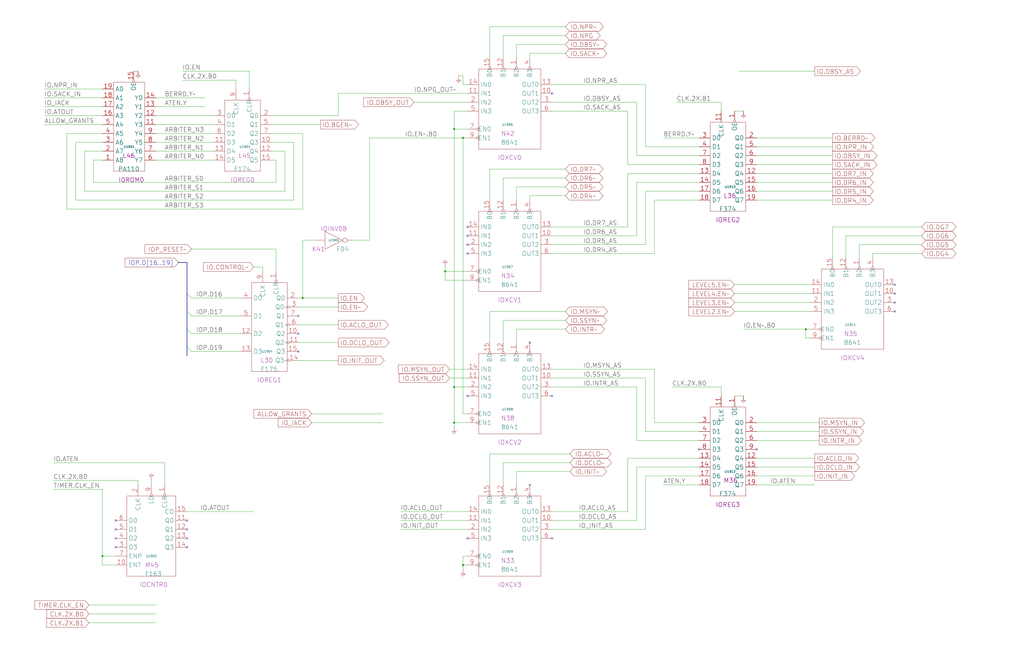
<source format=kicad_sch>
(kicad_sch (version 20220126) (generator eeschema)
  (paper "User" 584.2 378.46)
  (title_block (title "IO BUS\\nARBITRATOR") (date "22-SEP-90") (rev "2.0") (comment 1 "IOC") (comment 2 "232-003061") (comment 3 "S400") (comment 4 "RELEASED"))
  (lib_symbols
    (symbol "r1000:8641" (pin_names (offset 1.016))
      (property "Reference" "U" (at 2.54 5.08 0))
      (property "Value" "8641" (at -1.27 -5.08 0))
      (property "Location" "___" (at -1.27 0 0))
      (property "Name" "______" (at 3.81 -15.24 0))
      (symbol "8641_1_1"
        (circle (center -14.605 -2.54) (radius 0.635))
        (circle (center -14.605 2.54) (radius 0.635))
        (rectangle (start -13.97 36.83) (end 21.59 -8.89))
        (circle (center -7.62 37.465) (radius 0.635))
        (circle (center 0 37.465) (radius 0.635))
        (circle (center 7.62 37.465) (radius 0.635))
        (circle (center 15.24 37.465) (radius 0.635))
        (pin tri_state line (at 7.62 43.18 270) (length 5.08) (name "B2") (number "1"))
        (pin output line (at 27.94 22.86 180) (length 6.35) (name "OUT1") (number "10"))
        (pin input line (at -20.32 22.86 0) (length 6.35) (name "IN1") (number "11"))
        (pin tri_state line (at 0 43.18 270) (length 5.08) (name "B1") (number "12"))
        (pin output line (at 27.94 27.94 180) (length 6.35) (name "OUT0") (number "13"))
        (pin input line (at -20.32 27.94 0) (length 6.35) (name "IN0") (number "14"))
        (pin tri_state line (at -7.62 43.18 270) (length 5.08) (name "B0") (number "15"))
        (pin input line (at -20.32 17.78 0) (length 6.35) (name "IN2") (number "2"))
        (pin output line (at 27.94 17.78 180) (length 6.35) (name "OUT2") (number "3"))
        (pin tri_state line (at 15.24 43.18 270) (length 5.08) (name "B3") (number "4"))
        (pin input line (at -20.32 12.7 0) (length 6.35) (name "IN3") (number "5"))
        (pin output line (at 27.94 12.7 180) (length 6.35) (name "OUT3") (number "6"))
        (pin input line (at -20.32 2.54 0) (length 5.08) (name "EN0") (number "7"))
        (pin input line (at -20.32 -2.54 0) (length 5.08) (name "EN1") (number "9"))
      )
    )
    (symbol "r1000:F04" (pin_numbers hide) (pin_names hide)
      (property "Reference" "U" (at 0 0 0))
      (property "Value" "F04" (at 1.27 -5.08 0))
      (property "Location" "___" (at -12.7 -5.08 0))
      (property "Name" "______" (at 0 5.08 0))
      (symbol "F04_0_1"
        (polyline (pts (xy -7.62 0) (xy -5.08 0)) (stroke (width 0.1524)))
        (polyline (pts (xy -5.08 5.08) (xy -5.08 -5.08)) (stroke (width 0.1524)))
        (polyline (pts (xy 5.08 0) (xy -5.08 -5.08)) (stroke (width 0.1524)))
        (polyline (pts (xy 5.08 0) (xy -5.08 5.08)) (stroke (width 0.1524)))
        (circle (center 6.35 0) (radius 1.27) (stroke (width 0.1524)))
      )
      (symbol "F04_1_1"
        (pin input line (at -10.16 0 0) (length 2.54) (name "D0") (number "1"))
        (pin output line (at 10.16 0 180) (length 2.54) (name "Q") (number "2"))
      )
    )
    (symbol "r1000:F163" (pin_names (offset 1.016))
      (property "Reference" "U" (at 2.54 5.08 0))
      (property "Value" "F163" (at -1.27 -5.08 0))
      (property "Location" "___" (at -1.27 0 0))
      (property "Name" "______" (at 3.81 -12.7 0))
      (symbol "F163_1_1"
        (rectangle (start -11.43 39.37) (end 16.51 -6.35))
        (circle (center 2.54 40.005) (radius 0.635))
        (circle (center 10.16 40.005) (radius 0.635))
        (pin input line (at 10.16 45.72 270) (length 5.08) (name "CLR") (number "1"))
        (pin input line (at -17.78 0 0) (length 6.35) (name "ENT") (number "10"))
        (pin output line (at 22.86 25.4 180) (length 6.35) (name "Q0") (number "11"))
        (pin output line (at 22.86 20.32 180) (length 6.35) (name "Q1") (number "12"))
        (pin output line (at 22.86 15.24 180) (length 6.35) (name "Q2") (number "13"))
        (pin output line (at 22.86 10.16 180) (length 6.35) (name "Q3") (number "14"))
        (pin output line (at 22.86 30.48 180) (length 6.35) (name "CO") (number "15"))
        (pin input line (at -5.08 45.72 270) (length 6.35) (name "CLK") (number "2"))
        (pin input line (at -17.78 10.16 0) (length 6.35) (name "D3") (number "3"))
        (pin input line (at -17.78 15.24 0) (length 6.35) (name "D2") (number "4"))
        (pin input line (at -17.78 20.32 0) (length 6.35) (name "D1") (number "5"))
        (pin input line (at -17.78 25.4 0) (length 6.35) (name "D0") (number "6"))
        (pin input line (at -17.78 5.08 0) (length 6.35) (name "ENP") (number "7"))
        (pin input line (at 2.54 45.72 270) (length 5.08) (name "LD") (number "9"))
      )
    )
    (symbol "r1000:F174" (pin_names (offset 1.016))
      (property "Reference" "U" (at 2.54 5.08 0))
      (property "Value" "F174" (at -3.81 -7.62 0))
      (property "Location" "___" (at -1.27 0 0))
      (property "Name" "______" (at 1.27 -15.24 0))
      (symbol "F174_1_1"
        (rectangle (start -8.89 31.75) (end 11.43 -8.89))
        (circle (center 5.08 32.385) (radius 0.635))
        (pin input line (at 5.08 38.1 270) (length 5.08) (name "CLR") (number "1"))
        (pin output line (at 17.78 7.62 180) (length 6.35) (name "Q3") (number "10"))
        (pin input line (at -15.24 7.62 0) (length 6.35) (name "D3") (number "11"))
        (pin output line (at 17.78 2.54 180) (length 6.35) (name "Q4") (number "12"))
        (pin input line (at -15.24 2.54 0) (length 6.35) (name "D4") (number "13"))
        (pin input line (at -15.24 -2.54 0) (length 6.35) (name "D5") (number "14"))
        (pin output line (at 17.78 -2.54 180) (length 6.35) (name "Q5") (number "15"))
        (pin output line (at 17.78 22.86 180) (length 6.35) (name "Q0") (number "2"))
        (pin input line (at -15.24 22.86 0) (length 6.35) (name "D0") (number "3"))
        (pin input line (at -15.24 17.78 0) (length 6.35) (name "D1") (number "4"))
        (pin output line (at 17.78 17.78 180) (length 6.35) (name "Q1") (number "5"))
        (pin input line (at -15.24 12.7 0) (length 6.35) (name "D2") (number "6"))
        (pin output line (at 17.78 12.7 180) (length 6.35) (name "Q2") (number "7"))
        (pin input line (at -2.54 38.1 270) (length 6.35) (name "CLK") (number "9"))
      )
    )
    (symbol "r1000:F175" (pin_names (offset 1.016))
      (property "Reference" "U" (at 2.54 5.08 0))
      (property "Value" "F175" (at -1.27 -5.08 0))
      (property "Location" "___" (at -1.27 0 0))
      (property "Name" "______" (at 3.81 -12.7 0))
      (symbol "F175_1_1"
        (rectangle (start -6.35 44.45) (end 13.97 -6.35))
        (circle (center 7.62 45.085) (radius 0.635))
        (circle (center 14.605 0) (radius 0.635))
        (circle (center 14.605 10.16) (radius 0.635))
        (circle (center 14.605 20.32) (radius 0.635))
        (circle (center 14.605 30.48) (radius 0.635))
        (pin input line (at 7.62 50.8 270) (length 5.08) (name "CLR") (number "1"))
        (pin output line (at 20.32 15.24 180) (length 6.35) (name "Q2") (number "10"))
        (pin output line (at 20.32 10.16 180) (length 5.08) (name "Q2~") (number "11"))
        (pin input line (at -12.7 15.24 0) (length 6.35) (name "D2") (number "12"))
        (pin input line (at -12.7 5.08 0) (length 6.35) (name "D3") (number "13"))
        (pin output line (at 20.32 0 180) (length 5.08) (name "Q3~") (number "14"))
        (pin output line (at 20.32 5.08 180) (length 6.35) (name "Q3") (number "15"))
        (pin output line (at 20.32 35.56 180) (length 6.35) (name "Q0") (number "2"))
        (pin output line (at 20.32 30.48 180) (length 5.08) (name "Q0~") (number "3"))
        (pin input line (at -12.7 35.56 0) (length 6.35) (name "D0") (number "4"))
        (pin input line (at -12.7 25.4 0) (length 6.35) (name "D1") (number "5"))
        (pin output line (at 20.32 20.32 180) (length 5.08) (name "Q1~") (number "6"))
        (pin output line (at 20.32 25.4 180) (length 6.35) (name "Q1") (number "7"))
        (pin input line (at 0 50.8 270) (length 6.35) (name "CLK") (number "9"))
      )
    )
    (symbol "r1000:F374" (pin_names (offset 1.016))
      (property "Reference" "U" (at 2.54 5.08 0))
      (property "Value" "F374" (at -3.81 -7.62 0))
      (property "Location" "___" (at -1.27 0 0))
      (property "Name" "______" (at 1.27 -15.24 0))
      (symbol "F374_1_1"
        (rectangle (start -8.89 41.91) (end 11.43 -8.89))
        (circle (center 5.08 42.545) (radius 0.635))
        (pin input line (at 5.08 48.26 270) (length 5.08) (name "OE") (number "1"))
        (pin input line (at -2.54 48.26 270) (length 6.35) (name "CLK") (number "11"))
        (pin tri_state line (at 17.78 12.7 180) (length 6.35) (name "Q4") (number "12"))
        (pin input line (at -15.24 12.7 0) (length 6.35) (name "D4") (number "13"))
        (pin input line (at -15.24 7.62 0) (length 6.35) (name "D5") (number "14"))
        (pin tri_state line (at 17.78 7.62 180) (length 6.35) (name "Q5") (number "15"))
        (pin tri_state line (at 17.78 2.54 180) (length 6.35) (name "Q6") (number "16"))
        (pin input line (at -15.24 2.54 0) (length 6.35) (name "D6") (number "17"))
        (pin input line (at -15.24 -2.54 0) (length 6.35) (name "D7") (number "18"))
        (pin tri_state line (at 17.78 -2.54 180) (length 6.35) (name "Q7") (number "19"))
        (pin tri_state line (at 17.78 33.02 180) (length 6.35) (name "Q0") (number "2"))
        (pin input line (at -15.24 33.02 0) (length 6.35) (name "D0") (number "3"))
        (pin input line (at -15.24 27.94 0) (length 6.35) (name "D1") (number "4"))
        (pin tri_state line (at 17.78 27.94 180) (length 6.35) (name "Q1") (number "5"))
        (pin tri_state line (at 17.78 22.86 180) (length 6.35) (name "Q2") (number "6"))
        (pin input line (at -15.24 22.86 0) (length 6.35) (name "D2") (number "7"))
        (pin input line (at -15.24 17.78 0) (length 6.35) (name "D3") (number "8"))
        (pin tri_state line (at 17.78 17.78 180) (length 6.35) (name "Q3") (number "9"))
      )
    )
    (symbol "r1000:PAxxx" (pin_names (offset 1.016))
      (property "Reference" "U" (at 2.54 5.08 0))
      (property "Value" "PAxxx" (at -3.81 -7.62 0))
      (property "Location" "___" (at -1.27 0 0))
      (property "Name" "______" (at 3.81 -15.24 0))
      (symbol "PAxxx_1_1"
        (rectangle (start -6.35 41.91) (end 11.43 -8.89))
        (circle (center 5.08 42.545) (radius 0.635))
        (pin input line (at -12.7 -2.54 0) (length 6.35) (name "A8") (number "1"))
        (pin tri_state line (at 17.78 17.78 180) (length 6.35) (name "Y3") (number "11"))
        (pin tri_state line (at 17.78 22.86 180) (length 6.35) (name "Y2") (number "12"))
        (pin tri_state line (at 17.78 27.94 180) (length 6.35) (name "Y1") (number "13"))
        (pin tri_state line (at 17.78 33.02 180) (length 6.35) (name "Y0") (number "14"))
        (pin input line (at 5.08 48.26 270) (length 5.08) (name "OE") (number "15"))
        (pin input line (at -12.7 22.86 0) (length 6.35) (name "A3") (number "16"))
        (pin input line (at -12.7 27.94 0) (length 6.35) (name "A2") (number "17"))
        (pin input line (at -12.7 33.02 0) (length 6.35) (name "A1") (number "18"))
        (pin input line (at -12.7 38.1 0) (length 6.35) (name "A0") (number "19"))
        (pin input line (at -12.7 2.54 0) (length 6.35) (name "A7") (number "2"))
        (pin input line (at -12.7 7.62 0) (length 6.35) (name "A6") (number "3"))
        (pin input line (at -12.7 12.7 0) (length 6.35) (name "A5") (number "4"))
        (pin input line (at -12.7 17.78 0) (length 6.35) (name "A4") (number "5"))
        (pin tri_state line (at 17.78 -2.54 180) (length 6.35) (name "Y7") (number "6"))
        (pin tri_state line (at 17.78 2.54 180) (length 6.35) (name "Y6") (number "7"))
        (pin tri_state line (at 17.78 7.62 180) (length 6.35) (name "Y5") (number "8"))
        (pin tri_state line (at 17.78 12.7 180) (length 6.35) (name "Y4") (number "9"))
      )
    )
    (symbol "r1000:PD" (power) (pin_numbers hide) (pin_names hide) (in_bom no)
      (symbol "PD_0_1"
        (polyline (pts (xy 0 -2.54) (xy 1.27 -2.54) (xy 0 -3.81) (xy -1.27 -2.54) (xy 0 -2.54)) (stroke (width 0.1524)))
      )
      (symbol "PD_1_1"
        (pin power_in line (at 0 0 270) (length 2.54) (name "PD") (number "1"))
      )
    )
    (symbol "r1000:PU" (power) (pin_numbers hide) (pin_names hide)
      (symbol "PU_0_1"
        (polyline (pts (xy 0 2.54) (xy -1.27 2.54) (xy 0 3.81) (xy 1.27 2.54) (xy 0 2.54)) (stroke (width 0.1524)))
      )
      (symbol "PU_1_1"
        (pin power_in line (at 0 0 90) (length 2.54) (name "PU") (number "1"))
      )
    )
  )
  (bus (pts (xy 101.6 149.86) (xy 106.68 149.86)))
  (bus (pts (xy 106.68 149.86) (xy 106.68 167.64)))
  (bus (pts (xy 106.68 167.64) (xy 106.68 177.8)))
  (bus (pts (xy 106.68 177.8) (xy 106.68 187.96)))
  (bus (pts (xy 106.68 187.96) (xy 106.68 198.12)))
  (bus (pts (xy 106.68 198.12) (xy 106.68 203.2)))
  (wire (pts (xy 104.14 40.64) (xy 142.24 40.64)))
  (wire (pts (xy 104.14 45.72) (xy 134.62 45.72)))
  (wire (pts (xy 106.68 292.1) (xy 144.78 292.1)))
  (wire (pts (xy 109.22 142.24) (xy 157.48 142.24)))
  (wire (pts (xy 109.22 170.18) (xy 137.16 170.18)))
  (wire (pts (xy 109.22 180.34) (xy 137.16 180.34)))
  (wire (pts (xy 109.22 190.5) (xy 137.16 190.5)))
  (wire (pts (xy 109.22 200.66) (xy 137.16 200.66)))
  (wire (pts (xy 134.62 45.72) (xy 134.62 50.8)))
  (wire (pts (xy 142.24 40.64) (xy 142.24 50.8)))
  (wire (pts (xy 144.78 152.4) (xy 149.86 152.4)))
  (wire (pts (xy 149.86 152.4) (xy 149.86 154.94)))
  (wire (pts (xy 154.94 71.12) (xy 182.88 71.12)))
  (wire (pts (xy 154.94 86.36) (xy 162.56 86.36)))
  (wire (pts (xy 157.48 104.14) (xy 157.48 91.44)))
  (wire (pts (xy 157.48 142.24) (xy 157.48 154.94)))
  (wire (pts (xy 157.48 91.44) (xy 154.94 91.44)))
  (wire (pts (xy 162.56 109.22) (xy 48.26 109.22)))
  (wire (pts (xy 162.56 86.36) (xy 162.56 109.22)))
  (wire (pts (xy 167.64 114.3) (xy 167.64 81.28)))
  (wire (pts (xy 167.64 81.28) (xy 154.94 81.28)))
  (wire (pts (xy 170.18 170.18) (xy 172.72 170.18)))
  (wire (pts (xy 170.18 175.26) (xy 193.04 175.26)))
  (wire (pts (xy 170.18 185.42) (xy 193.04 185.42)))
  (wire (pts (xy 170.18 195.58) (xy 193.04 195.58)))
  (wire (pts (xy 170.18 205.74) (xy 193.04 205.74)))
  (wire (pts (xy 172.72 119.38) (xy 172.72 76.2)))
  (wire (pts (xy 172.72 137.16) (xy 172.72 170.18)))
  (wire (pts (xy 172.72 170.18) (xy 193.04 170.18)))
  (wire (pts (xy 172.72 76.2) (xy 154.94 76.2)))
  (wire (pts (xy 177.8 236.22) (xy 218.44 236.22)))
  (wire (pts (xy 177.8 241.3) (xy 218.44 241.3)))
  (wire (pts (xy 180.34 137.16) (xy 172.72 137.16)))
  (wire (pts (xy 193.04 53.34) (xy 193.04 66.04)))
  (wire (pts (xy 193.04 66.04) (xy 154.94 66.04)))
  (wire (pts (xy 200.66 137.16) (xy 210.82 137.16)))
  (wire (pts (xy 210.82 137.16) (xy 210.82 78.74)))
  (wire (pts (xy 210.82 78.74) (xy 264.16 78.74)))
  (wire (pts (xy 228.6 292.1) (xy 266.7 292.1)))
  (wire (pts (xy 228.6 297.18) (xy 266.7 297.18)))
  (wire (pts (xy 228.6 302.26) (xy 266.7 302.26)))
  (wire (pts (xy 236.22 58.42) (xy 266.7 58.42)))
  (wire (pts (xy 25.4 50.8) (xy 58.42 50.8)))
  (wire (pts (xy 25.4 55.88) (xy 58.42 55.88)))
  (wire (pts (xy 25.4 60.96) (xy 58.42 60.96)))
  (wire (pts (xy 25.4 66.04) (xy 58.42 66.04)))
  (wire (pts (xy 25.4 71.12) (xy 58.42 71.12)))
  (wire (pts (xy 254 152.4) (xy 254 154.94)))
  (wire (pts (xy 254 154.94) (xy 254 160.02)))
  (wire (pts (xy 254 154.94) (xy 266.7 154.94)))
  (wire (pts (xy 254 160.02) (xy 266.7 160.02)))
  (wire (pts (xy 256.54 210.82) (xy 266.7 210.82)))
  (wire (pts (xy 256.54 215.9) (xy 266.7 215.9)))
  (wire (pts (xy 259.08 220.98) (xy 259.08 241.3)))
  (wire (pts (xy 259.08 220.98) (xy 266.7 220.98)))
  (wire (pts (xy 259.08 241.3) (xy 259.08 243.84)))
  (wire (pts (xy 259.08 241.3) (xy 266.7 241.3)))
  (wire (pts (xy 259.08 63.5) (xy 266.7 63.5)))
  (wire (pts (xy 259.08 73.66) (xy 259.08 220.98)))
  (wire (pts (xy 259.08 73.66) (xy 259.08 63.5)))
  (wire (pts (xy 259.08 73.66) (xy 266.7 73.66)))
  (wire (pts (xy 261.62 43.18) (xy 264.16 43.18)))
  (wire (pts (xy 264.16 317.5) (xy 266.7 317.5)))
  (wire (pts (xy 264.16 322.58) (xy 264.16 317.5)))
  (wire (pts (xy 264.16 322.58) (xy 266.7 322.58)))
  (wire (pts (xy 264.16 325.12) (xy 264.16 322.58)))
  (wire (pts (xy 264.16 43.18) (xy 264.16 48.26)))
  (wire (pts (xy 264.16 48.26) (xy 266.7 48.26)))
  (wire (pts (xy 264.16 78.74) (xy 264.16 236.22)))
  (wire (pts (xy 264.16 78.74) (xy 266.7 78.74)))
  (wire (pts (xy 266.7 236.22) (xy 264.16 236.22)))
  (wire (pts (xy 266.7 53.34) (xy 193.04 53.34)))
  (wire (pts (xy 279.4 15.24) (xy 279.4 33.02)))
  (wire (pts (xy 279.4 177.8) (xy 279.4 195.58)))
  (wire (pts (xy 279.4 259.08) (xy 279.4 276.86)))
  (wire (pts (xy 279.4 96.52) (xy 279.4 114.3)))
  (wire (pts (xy 287.02 101.6) (xy 322.58 101.6)))
  (wire (pts (xy 287.02 114.3) (xy 287.02 101.6)))
  (wire (pts (xy 287.02 182.88) (xy 287.02 195.58)))
  (wire (pts (xy 287.02 20.32) (xy 287.02 33.02)))
  (wire (pts (xy 287.02 264.16) (xy 287.02 276.86)))
  (wire (pts (xy 294.64 106.68) (xy 294.64 114.3)))
  (wire (pts (xy 294.64 187.96) (xy 294.64 195.58)))
  (wire (pts (xy 294.64 25.4) (xy 294.64 33.02)))
  (wire (pts (xy 294.64 269.24) (xy 294.64 276.86)))
  (wire (pts (xy 30.48 264.16) (xy 93.98 264.16)))
  (wire (pts (xy 30.48 274.32) (xy 78.74 274.32)))
  (wire (pts (xy 30.48 279.4) (xy 58.42 279.4)))
  (wire (pts (xy 302.26 111.76) (xy 322.58 111.76)))
  (wire (pts (xy 302.26 114.3) (xy 302.26 111.76)))
  (wire (pts (xy 302.26 30.48) (xy 302.26 33.02)))
  (wire (pts (xy 314.96 129.54) (xy 358.14 129.54)))
  (wire (pts (xy 314.96 139.7) (xy 368.3 139.7)))
  (wire (pts (xy 314.96 215.9) (xy 368.3 215.9)))
  (wire (pts (xy 314.96 292.1) (xy 358.14 292.1)))
  (wire (pts (xy 314.96 297.18) (xy 363.22 297.18)))
  (wire (pts (xy 314.96 302.26) (xy 368.3 302.26)))
  (wire (pts (xy 314.96 48.26) (xy 368.3 48.26)))
  (wire (pts (xy 314.96 58.42) (xy 363.22 58.42)))
  (wire (pts (xy 314.96 63.5) (xy 358.14 63.5)))
  (wire (pts (xy 322.58 106.68) (xy 294.64 106.68)))
  (wire (pts (xy 322.58 15.24) (xy 279.4 15.24)))
  (wire (pts (xy 322.58 177.8) (xy 279.4 177.8)))
  (wire (pts (xy 322.58 182.88) (xy 287.02 182.88)))
  (wire (pts (xy 322.58 187.96) (xy 294.64 187.96)))
  (wire (pts (xy 322.58 20.32) (xy 287.02 20.32)))
  (wire (pts (xy 322.58 25.4) (xy 294.64 25.4)))
  (wire (pts (xy 322.58 30.48) (xy 302.26 30.48)))
  (wire (pts (xy 322.58 96.52) (xy 279.4 96.52)))
  (wire (pts (xy 325.12 259.08) (xy 279.4 259.08)))
  (wire (pts (xy 325.12 264.16) (xy 287.02 264.16)))
  (wire (pts (xy 325.12 269.24) (xy 294.64 269.24)))
  (wire (pts (xy 358.14 129.54) (xy 358.14 99.06)))
  (wire (pts (xy 358.14 261.62) (xy 398.78 261.62)))
  (wire (pts (xy 358.14 292.1) (xy 358.14 261.62)))
  (wire (pts (xy 358.14 63.5) (xy 358.14 93.98)))
  (wire (pts (xy 358.14 93.98) (xy 398.78 93.98)))
  (wire (pts (xy 358.14 99.06) (xy 398.78 99.06)))
  (wire (pts (xy 363.22 104.14) (xy 363.22 134.62)))
  (wire (pts (xy 363.22 134.62) (xy 314.96 134.62)))
  (wire (pts (xy 363.22 220.98) (xy 314.96 220.98)))
  (wire (pts (xy 363.22 251.46) (xy 363.22 220.98)))
  (wire (pts (xy 363.22 266.7) (xy 363.22 297.18)))
  (wire (pts (xy 363.22 58.42) (xy 363.22 88.9)))
  (wire (pts (xy 363.22 88.9) (xy 398.78 88.9)))
  (wire (pts (xy 368.3 109.22) (xy 398.78 109.22)))
  (wire (pts (xy 368.3 139.7) (xy 368.3 109.22)))
  (wire (pts (xy 368.3 215.9) (xy 368.3 246.38)))
  (wire (pts (xy 368.3 246.38) (xy 398.78 246.38)))
  (wire (pts (xy 368.3 271.78) (xy 398.78 271.78)))
  (wire (pts (xy 368.3 302.26) (xy 368.3 271.78)))
  (wire (pts (xy 368.3 48.26) (xy 368.3 83.82)))
  (wire (pts (xy 368.3 83.82) (xy 398.78 83.82)))
  (wire (pts (xy 373.38 114.3) (xy 373.38 144.78)))
  (wire (pts (xy 373.38 144.78) (xy 314.96 144.78)))
  (wire (pts (xy 373.38 210.82) (xy 314.96 210.82)))
  (wire (pts (xy 373.38 241.3) (xy 373.38 210.82)))
  (wire (pts (xy 378.46 276.86) (xy 398.78 276.86)))
  (wire (pts (xy 378.46 78.74) (xy 398.78 78.74)))
  (wire (pts (xy 38.1 119.38) (xy 172.72 119.38)))
  (wire (pts (xy 38.1 76.2) (xy 38.1 119.38)))
  (wire (pts (xy 383.54 220.98) (xy 411.48 220.98)))
  (wire (pts (xy 386.08 58.42) (xy 411.48 58.42)))
  (wire (pts (xy 398.78 104.14) (xy 363.22 104.14)))
  (wire (pts (xy 398.78 114.3) (xy 373.38 114.3)))
  (wire (pts (xy 398.78 241.3) (xy 373.38 241.3)))
  (wire (pts (xy 398.78 251.46) (xy 363.22 251.46)))
  (wire (pts (xy 398.78 266.7) (xy 363.22 266.7)))
  (wire (pts (xy 411.48 220.98) (xy 411.48 226.06)))
  (wire (pts (xy 411.48 58.42) (xy 411.48 63.5)))
  (wire (pts (xy 419.1 162.56) (xy 462.28 162.56)))
  (wire (pts (xy 419.1 167.64) (xy 462.28 167.64)))
  (wire (pts (xy 419.1 172.72) (xy 462.28 172.72)))
  (wire (pts (xy 419.1 177.8) (xy 462.28 177.8)))
  (wire (pts (xy 419.1 226.06) (xy 424.18 226.06)))
  (wire (pts (xy 419.1 63.5) (xy 424.18 63.5)))
  (wire (pts (xy 421.64 40.64) (xy 464.82 40.64)))
  (wire (pts (xy 424.18 187.96) (xy 459.74 187.96)))
  (wire (pts (xy 43.18 114.3) (xy 167.64 114.3)))
  (wire (pts (xy 43.18 81.28) (xy 43.18 114.3)))
  (wire (pts (xy 431.8 104.14) (xy 474.98 104.14)))
  (wire (pts (xy 431.8 109.22) (xy 474.98 109.22)))
  (wire (pts (xy 431.8 114.3) (xy 474.98 114.3)))
  (wire (pts (xy 431.8 241.3) (xy 467.36 241.3)))
  (wire (pts (xy 431.8 246.38) (xy 467.36 246.38)))
  (wire (pts (xy 431.8 251.46) (xy 467.36 251.46)))
  (wire (pts (xy 431.8 261.62) (xy 464.82 261.62)))
  (wire (pts (xy 431.8 266.7) (xy 464.82 266.7)))
  (wire (pts (xy 431.8 271.78) (xy 464.82 271.78)))
  (wire (pts (xy 431.8 276.86) (xy 464.82 276.86)))
  (wire (pts (xy 431.8 78.74) (xy 474.98 78.74)))
  (wire (pts (xy 431.8 83.82) (xy 474.98 83.82)))
  (wire (pts (xy 431.8 88.9) (xy 474.98 88.9)))
  (wire (pts (xy 431.8 93.98) (xy 474.98 93.98)))
  (wire (pts (xy 431.8 99.06) (xy 474.98 99.06)))
  (wire (pts (xy 459.74 187.96) (xy 462.28 187.96)))
  (wire (pts (xy 459.74 193.04) (xy 459.74 187.96)))
  (wire (pts (xy 462.28 193.04) (xy 459.74 193.04)))
  (wire (pts (xy 474.98 129.54) (xy 474.98 147.32)))
  (wire (pts (xy 48.26 109.22) (xy 48.26 86.36)))
  (wire (pts (xy 48.26 86.36) (xy 58.42 86.36)))
  (wire (pts (xy 482.6 134.62) (xy 482.6 147.32)))
  (wire (pts (xy 490.22 139.7) (xy 490.22 147.32)))
  (wire (pts (xy 497.84 144.78) (xy 497.84 147.32)))
  (wire (pts (xy 50.8 345.44) (xy 88.9 345.44)))
  (wire (pts (xy 50.8 350.52) (xy 88.9 350.52)))
  (wire (pts (xy 50.8 355.6) (xy 88.9 355.6)))
  (wire (pts (xy 525.78 129.54) (xy 474.98 129.54)))
  (wire (pts (xy 525.78 134.62) (xy 482.6 134.62)))
  (wire (pts (xy 525.78 139.7) (xy 490.22 139.7)))
  (wire (pts (xy 525.78 144.78) (xy 497.84 144.78)))
  (wire (pts (xy 53.34 104.14) (xy 157.48 104.14)))
  (wire (pts (xy 53.34 91.44) (xy 53.34 104.14)))
  (wire (pts (xy 58.42 279.4) (xy 58.42 317.5)))
  (wire (pts (xy 58.42 317.5) (xy 58.42 322.58)))
  (wire (pts (xy 58.42 317.5) (xy 66.04 317.5)))
  (wire (pts (xy 58.42 322.58) (xy 66.04 322.58)))
  (wire (pts (xy 58.42 76.2) (xy 38.1 76.2)))
  (wire (pts (xy 58.42 81.28) (xy 43.18 81.28)))
  (wire (pts (xy 58.42 91.44) (xy 53.34 91.44)))
  (wire (pts (xy 76.2 40.64) (xy 78.74 40.64)))
  (wire (pts (xy 78.74 274.32) (xy 78.74 276.86)))
  (wire (pts (xy 86.36 274.32) (xy 86.36 276.86)))
  (wire (pts (xy 88.9 55.88) (xy 116.84 55.88)))
  (wire (pts (xy 88.9 60.96) (xy 116.84 60.96)))
  (wire (pts (xy 88.9 66.04) (xy 121.92 66.04)))
  (wire (pts (xy 88.9 71.12) (xy 121.92 71.12)))
  (wire (pts (xy 88.9 76.2) (xy 121.92 76.2)))
  (wire (pts (xy 88.9 81.28) (xy 121.92 81.28)))
  (wire (pts (xy 88.9 86.36) (xy 121.92 86.36)))
  (wire (pts (xy 88.9 91.44) (xy 121.92 91.44)))
  (wire (pts (xy 93.98 264.16) (xy 93.98 276.86)))
  (label "IO.NPR_IN" (at 25.4 50.8 0) (effects (font (size 2.54 2.54))))
  (label "IO.SACK_IN" (at 25.4 55.88 0) (effects (font (size 2.54 2.54))))
  (label "IO_IACK" (at 25.4 60.96 0) (effects (font (size 2.54 2.54))))
  (label "IO.ATOUT" (at 25.4 66.04 0) (effects (font (size 2.54 2.54))))
  (label "ALLOW_GRANTS" (at 25.4 71.12 0) (effects (font (size 2.54 2.54))))
  (label "IO.ATEN" (at 30.48 264.16 0) (effects (font (size 2.54 2.54))))
  (label "CLK.2X.B0" (at 30.48 274.32 0) (effects (font (size 2.54 2.54))))
  (label "TIMER.CLK_EN" (at 30.48 279.4 0) (effects (font (size 2.54 2.54))))
  (global_label "TIMER.CLK_EN" (shape input) (at 50.8 345.44 180) (effects (font (size 2.54 2.54))) (property "Intersheet References" "${INTERSHEET_REFS}" (at 19.4673 345.2813 0) (effects (font (size 2.54 2.54)) (justify right))))
  (global_label "CLK.2X.B0" (shape input) (at 50.8 350.52 180) (effects (font (size 2.54 2.54))) (property "Intersheet References" "${INTERSHEET_REFS}" (at 26.2406 350.3613 0) (effects (font (size 2.54 2.54)) (justify right))))
  (global_label "CLK.2X.B1" (shape input) (at 50.8 355.6 180) (effects (font (size 2.54 2.54))) (property "Intersheet References" "${INTERSHEET_REFS}" (at 26.2406 355.4413 0) (effects (font (size 2.54 2.54)) (justify right))))
  (junction (at 58.42 317.5))
  (no_connect (at 66.04 297.18))
  (no_connect (at 66.04 302.26))
  (no_connect (at 66.04 307.34))
  (no_connect (at 66.04 312.42))
  (symbol (lib_id "r1000:PAxxx") (at 71.12 88.9 0) (unit 1)
    (property "Reference" "U1901" (at 73.66 83.82 0))
    (property "Value" "PA110" (at 67.31 96.52 0) (effects (font (size 2.54 2.54)) (justify left)))
    (property "Location" "L46" (at 69.85 88.9 0) (effects (font (size 2.54 2.54)) (justify left)))
    (property "Name" "IOROM0" (at 74.93 104.14 0) (effects (font (size 2.54 2.54)) (justify bottom)))
  )
  (symbol (lib_id "r1000:PD") (at 78.74 40.64 0) (unit 1) (in_bom no)
    (property "Reference" "#PWR01901" (effects hide))
    (property "Value" "PD" (effects hide))
  )
  (symbol (lib_id "r1000:F163") (at 83.82 322.58 0) (unit 1)
    (property "Reference" "U1902" (at 86.36 317.5 0))
    (property "Value" "F163" (at 82.55 327.66 0) (effects (font (size 2.54 2.54)) (justify left)))
    (property "Location" "M45" (at 82.55 322.58 0) (effects (font (size 2.54 2.54)) (justify left)))
    (property "Name" "IOCNTR0" (at 87.63 335.28 0) (effects (font (size 2.54 2.54)) (justify bottom)))
  )
  (symbol (lib_id "r1000:PU") (at 86.36 274.32 0) (unit 1)
    (property "Reference" "#PWR01902" (effects hide))
    (property "Value" "PU" (effects hide))
  )
  (label "BERRD.Y~" (at 93.98 55.88 0) (effects (font (size 2.54 2.54))))
  (label "ATEN.Y" (at 93.98 60.96 0) (effects (font (size 2.54 2.54))))
  (label "ARBITER_N3" (at 93.98 76.2 0) (effects (font (size 2.54 2.54))))
  (label "ARBITER_N2" (at 93.98 81.28 0) (effects (font (size 2.54 2.54))))
  (label "ARBITER_N1" (at 93.98 86.36 0) (effects (font (size 2.54 2.54))))
  (label "ARBITER_N0" (at 93.98 91.44 0) (effects (font (size 2.54 2.54))))
  (label "ARBITER_S0" (at 93.98 104.14 0) (effects (font (size 2.54 2.54))))
  (label "ARBITER_S1" (at 93.98 109.22 0) (effects (font (size 2.54 2.54))))
  (label "ARBITER_S2" (at 93.98 114.3 0) (effects (font (size 2.54 2.54))))
  (label "ARBITER_S3" (at 93.98 119.38 0) (effects (font (size 2.54 2.54))))
  (global_label "IOP.D[16..19]" (shape input) (at 101.8547 149.86 180) (effects (font (size 2.54 2.54))) (property "Intersheet References" "${INTERSHEET_REFS}" (at 71.0058 149.7013 0) (effects (font (size 2.54 2.54)) (justify right))))
  (label "IO.EN" (at 104.14 40.64 0) (effects (font (size 2.54 2.54))))
  (label "CLK.2X.B0" (at 104.14 45.72 0) (effects (font (size 2.54 2.54))))
  (bus_entry (at 106.68 167.64) (size 2.54 2.54))
  (bus_entry (at 106.68 177.8) (size 2.54 2.54))
  (bus_entry (at 106.68 187.96) (size 2.54 2.54))
  (bus_entry (at 106.68 198.12) (size 2.54 2.54))
  (no_connect (at 106.68 297.18))
  (no_connect (at 106.68 302.26))
  (no_connect (at 106.68 307.34))
  (no_connect (at 106.68 312.42))
  (global_label "IOP_RESET~" (shape input) (at 109.22 142.24 180) (effects (font (size 2.54 2.54))) (property "Intersheet References" "${INTERSHEET_REFS}" (at 82.3625 142.0813 0) (effects (font (size 2.54 2.54)) (justify right))))
  (label "IOP.D16" (at 111.76 170.18 0) (effects (font (size 2.54 2.54))))
  (label "IOP.D17" (at 111.76 180.34 0) (effects (font (size 2.54 2.54))))
  (label "IOP.D18" (at 111.76 190.5 0) (effects (font (size 2.54 2.54))))
  (label "IOP.D19" (at 111.76 200.66 0) (effects (font (size 2.54 2.54))))
  (label "IO.ATOUT" (at 114.3 292.1 0) (effects (font (size 2.54 2.54))))
  (symbol (lib_id "r1000:F174") (at 137.16 88.9 0) (unit 1)
    (property "Reference" "U1903" (at 139.7 83.82 0))
    (property "Value" "F174" (at 133.35 96.52 0) (effects (font (size 2.54 2.54)) (justify left)))
    (property "Location" "L45" (at 135.89 88.9 0) (effects (font (size 2.54 2.54)) (justify left)))
    (property "Name" "IOREG0" (at 138.43 104.14 0) (effects (font (size 2.54 2.54)) (justify bottom)))
  )
  (global_label "IO.CONTROL~" (shape input) (at 144.78 152.4 180) (effects (font (size 2.54 2.54))) (property "Intersheet References" "${INTERSHEET_REFS}" (at 115.6244 152.2413 0) (effects (font (size 2.54 2.54)) (justify right))))
  (symbol (lib_id "r1000:F175") (at 149.86 205.74 0) (unit 1)
    (property "Reference" "U1904" (at 152.4 200.66 0))
    (property "Value" "F175" (at 148.59 210.82 0) (effects (font (size 2.54 2.54)) (justify left)))
    (property "Location" "L30" (at 148.59 205.74 0) (effects (font (size 2.54 2.54)) (justify left)))
    (property "Name" "IOREG1" (at 153.67 218.44 0) (effects (font (size 2.54 2.54)) (justify bottom)))
  )
  (no_connect (at 170.18 180.34))
  (no_connect (at 170.18 190.5))
  (no_connect (at 170.18 200.66))
  (junction (at 172.72 170.18))
  (global_label "ALLOW_GRANTS" (shape input) (at 177.8 236.22 180) (effects (font (size 2.54 2.54))) (property "Intersheet References" "${INTERSHEET_REFS}" (at 144.532 236.0613 0) (effects (font (size 2.54 2.54)) (justify right))))
  (global_label "IO_IACK" (shape input) (at 177.8 241.3 180) (effects (font (size 2.54 2.54))) (property "Intersheet References" "${INTERSHEET_REFS}" (at 158.3206 241.1413 0) (effects (font (size 2.54 2.54)) (justify right))))
  (global_label "IO.BGEN~" (shape output) (at 182.88 71.12 0) (effects (font (size 2.54 2.54))) (property "Intersheet References" "${INTERSHEET_REFS}" (at 205.0203 70.9613 0) (effects (font (size 2.54 2.54)) (justify left))))
  (symbol (lib_id "r1000:F04") (at 190.5 137.16 0) (unit 1)
    (property "Reference" "U1905" (at 190.5 137.16 0))
    (property "Value" "F04" (at 191.77 142.24 0) (effects (font (size 2.54 2.54)) (justify left)))
    (property "Location" "K41" (at 177.8 142.24 0) (effects (font (size 2.54 2.54)) (justify left)))
    (property "Name" "IOINV0B" (at 190.5 132.08 0) (effects (font (size 2.54 2.54)) (justify bottom)))
  )
  (global_label "IO.EN" (shape output) (at 193.04 170.18 0) (effects (font (size 2.54 2.54))) (property "Intersheet References" "${INTERSHEET_REFS}" (at 208.286 170.0213 0) (effects (font (size 2.54 2.54)) (justify left))))
  (global_label "IO.EN~" (shape output) (at 193.04 175.26 0) (effects (font (size 2.54 2.54))) (property "Intersheet References" "${INTERSHEET_REFS}" (at 210.1003 175.1013 0) (effects (font (size 2.54 2.54)) (justify left))))
  (global_label "IO.ACLO_OUT" (shape output) (at 193.04 185.42 0) (effects (font (size 2.54 2.54))) (property "Intersheet References" "${INTERSHEET_REFS}" (at 221.9537 185.2613 0) (effects (font (size 2.54 2.54)) (justify left))))
  (global_label "IO.DCLO_OUT" (shape output) (at 193.04 195.58 0) (effects (font (size 2.54 2.54))) (property "Intersheet References" "${INTERSHEET_REFS}" (at 222.3165 195.4213 0) (effects (font (size 2.54 2.54)) (justify left))))
  (global_label "IO.INIT_OUT" (shape output) (at 193.04 205.74 0) (effects (font (size 2.54 2.54))) (property "Intersheet References" "${INTERSHEET_REFS}" (at 219.5346 205.5813 0) (effects (font (size 2.54 2.54)) (justify left))))
  (label "IO.ACLO_OUT" (at 228.6 292.1 0) (effects (font (size 2.54 2.54))))
  (label "IO.DCLO_OUT" (at 228.6 297.18 0) (effects (font (size 2.54 2.54))))
  (label "IO.INIT_OUT" (at 228.6 302.26 0) (effects (font (size 2.54 2.54))))
  (label "IO.EN~.B0" (at 231.14 78.74 0) (effects (font (size 2.54 2.54))))
  (label "IO.NPG_OUT~" (at 236.22 53.34 0) (effects (font (size 2.54 2.54))))
  (global_label "IO.DBSY_OUT" (shape input) (at 236.22 58.42 180) (effects (font (size 2.54 2.54))) (property "Intersheet References" "${INTERSHEET_REFS}" (at 207.0644 58.2613 0) (effects (font (size 2.54 2.54)) (justify right))))
  (symbol (lib_id "r1000:PU") (at 254 152.4 0) (unit 1)
    (property "Reference" "#PWR01903" (effects hide))
    (property "Value" "PU" (effects hide))
  )
  (junction (at 254 154.94))
  (global_label "IO.MSYN_OUT" (shape input) (at 256.54 210.82 180) (effects (font (size 2.54 2.54))) (property "Intersheet References" "${INTERSHEET_REFS}" (at 226.9006 210.6613 0) (effects (font (size 2.54 2.54)) (justify right))))
  (global_label "IO.SSYN_OUT" (shape input) (at 256.54 215.9 180) (effects (font (size 2.54 2.54))) (property "Intersheet References" "${INTERSHEET_REFS}" (at 227.3844 215.7413 0) (effects (font (size 2.54 2.54)) (justify right))))
  (junction (at 259.08 73.66))
  (junction (at 259.08 220.98))
  (junction (at 259.08 241.3))
  (symbol (lib_id "r1000:PD") (at 259.08 243.84 0) (unit 1) (in_bom no)
    (property "Reference" "#PWR01904" (effects hide))
    (property "Value" "PD" (effects hide))
  )
  (symbol (lib_id "r1000:PD") (at 261.62 43.18 0) (unit 1) (in_bom no)
    (property "Reference" "#PWR01905" (effects hide))
    (property "Value" "PD" (effects hide))
  )
  (junction (at 264.16 78.74))
  (junction (at 264.16 322.58))
  (symbol (lib_id "r1000:PD") (at 264.16 325.12 0) (unit 1) (in_bom no)
    (property "Reference" "#PWR01906" (effects hide))
    (property "Value" "PD" (effects hide))
  )
  (no_connect (at 266.7 129.54))
  (no_connect (at 266.7 134.62))
  (no_connect (at 266.7 139.7))
  (no_connect (at 266.7 144.78))
  (no_connect (at 266.7 226.06))
  (no_connect (at 266.7 307.34))
  (symbol (lib_id "r1000:8641") (at 287.02 76.2 0) (unit 1)
    (property "Reference" "U1906" (at 289.56 71.12 0))
    (property "Value" "8641" (at 285.75 81.28 0) (effects (font (size 2.54 2.54)) (justify left)))
    (property "Location" "N42" (at 285.75 76.2 0) (effects (font (size 2.54 2.54)) (justify left)))
    (property "Name" "IOXCV0" (at 290.83 91.44 0) (effects (font (size 2.54 2.54)) (justify bottom)))
  )
  (symbol (lib_id "r1000:8641") (at 287.02 157.48 0) (unit 1)
    (property "Reference" "U1907" (at 289.56 152.4 0))
    (property "Value" "8641" (at 285.75 162.56 0) (effects (font (size 2.54 2.54)) (justify left)))
    (property "Location" "N34" (at 285.75 157.48 0) (effects (font (size 2.54 2.54)) (justify left)))
    (property "Name" "IOXCV1" (at 290.83 172.72 0) (effects (font (size 2.54 2.54)) (justify bottom)))
  )
  (symbol (lib_id "r1000:8641") (at 287.02 238.76 0) (unit 1)
    (property "Reference" "U1908" (at 289.56 233.68 0))
    (property "Value" "8641" (at 285.75 243.84 0) (effects (font (size 2.54 2.54)) (justify left)))
    (property "Location" "N38" (at 285.75 238.76 0) (effects (font (size 2.54 2.54)) (justify left)))
    (property "Name" "IOXCV2" (at 290.83 254 0) (effects (font (size 2.54 2.54)) (justify bottom)))
  )
  (symbol (lib_id "r1000:8641") (at 287.02 320.04 0) (unit 1)
    (property "Reference" "U1909" (at 289.56 314.96 0))
    (property "Value" "8641" (at 285.75 325.12 0) (effects (font (size 2.54 2.54)) (justify left)))
    (property "Location" "N33" (at 285.75 320.04 0) (effects (font (size 2.54 2.54)) (justify left)))
    (property "Name" "IOXCV3" (at 290.83 335.28 0) (effects (font (size 2.54 2.54)) (justify bottom)))
  )
  (no_connect (at 302.26 195.58))
  (no_connect (at 302.26 276.86))
  (no_connect (at 314.96 53.34))
  (no_connect (at 314.96 226.06))
  (no_connect (at 314.96 307.34))
  (global_label "IO.NPR~" (shape bidirectional) (at 322.58 15.24 0) (effects (font (size 2.54 2.54))) (property "Intersheet References" "${INTERSHEET_REFS}" (at 342.4222 15.0813 0) (effects (font (size 2.54 2.54)) (justify left))))
  (global_label "IO.NPG" (shape bidirectional) (at 322.58 20.32 0) (effects (font (size 2.54 2.54))) (property "Intersheet References" "${INTERSHEET_REFS}" (at 340.608 20.1613 0) (effects (font (size 2.54 2.54)) (justify left))))
  (global_label "IO.DBSY~" (shape bidirectional) (at 322.58 25.4 0) (effects (font (size 2.54 2.54))) (property "Intersheet References" "${INTERSHEET_REFS}" (at 344.3575 25.2413 0) (effects (font (size 2.54 2.54)) (justify left))))
  (global_label "IO.SACK~" (shape bidirectional) (at 322.58 30.48 0) (effects (font (size 2.54 2.54))) (property "Intersheet References" "${INTERSHEET_REFS}" (at 344.3575 30.3213 0) (effects (font (size 2.54 2.54)) (justify left))))
  (global_label "IO.DR7~" (shape bidirectional) (at 322.58 96.52 0) (effects (font (size 2.54 2.54))) (property "Intersheet References" "${INTERSHEET_REFS}" (at 342.1803 96.3613 0) (effects (font (size 2.54 2.54)) (justify left))))
  (global_label "IO.DR6~" (shape bidirectional) (at 322.58 101.6 0) (effects (font (size 2.54 2.54))) (property "Intersheet References" "${INTERSHEET_REFS}" (at 342.1803 101.4413 0) (effects (font (size 2.54 2.54)) (justify left))))
  (global_label "IO.DR5~" (shape bidirectional) (at 322.58 106.68 0) (effects (font (size 2.54 2.54))) (property "Intersheet References" "${INTERSHEET_REFS}" (at 342.1803 106.5213 0) (effects (font (size 2.54 2.54)) (justify left))))
  (global_label "IO.DR4~" (shape bidirectional) (at 322.58 111.76 0) (effects (font (size 2.54 2.54))) (property "Intersheet References" "${INTERSHEET_REFS}" (at 342.1803 111.6013 0) (effects (font (size 2.54 2.54)) (justify left))))
  (global_label "IO.MSYN~" (shape bidirectional) (at 322.58 177.8 0) (effects (font (size 2.54 2.54))) (property "Intersheet References" "${INTERSHEET_REFS}" (at 344.8413 177.6413 0) (effects (font (size 2.54 2.54)) (justify left))))
  (global_label "IO.SSYN~" (shape bidirectional) (at 322.58 182.88 0) (effects (font (size 2.54 2.54))) (property "Intersheet References" "${INTERSHEET_REFS}" (at 344.3575 182.7213 0) (effects (font (size 2.54 2.54)) (justify left))))
  (global_label "IO.INTR~" (shape bidirectional) (at 322.58 187.96 0) (effects (font (size 2.54 2.54))) (property "Intersheet References" "${INTERSHEET_REFS}" (at 343.027 187.8013 0) (effects (font (size 2.54 2.54)) (justify left))))
  (global_label "IO.ACLO~" (shape bidirectional) (at 325.12 259.08 0) (effects (font (size 2.54 2.54))) (property "Intersheet References" "${INTERSHEET_REFS}" (at 346.6556 258.9213 0) (effects (font (size 2.54 2.54)) (justify left))))
  (global_label "IO.DCLO~" (shape bidirectional) (at 325.12 264.16 0) (effects (font (size 2.54 2.54))) (property "Intersheet References" "${INTERSHEET_REFS}" (at 347.0184 264.0013 0) (effects (font (size 2.54 2.54)) (justify left))))
  (global_label "IO.INIT~" (shape bidirectional) (at 325.12 269.24 0) (effects (font (size 2.54 2.54))) (property "Intersheet References" "${INTERSHEET_REFS}" (at 344.2365 269.0813 0) (effects (font (size 2.54 2.54)) (justify left))))
  (label "IO.ACLO_AS" (at 330.2 292.1 0) (effects (font (size 2.54 2.54))))
  (label "IO.DCLO_AS" (at 330.2 297.18 0) (effects (font (size 2.54 2.54))))
  (label "IO_INIT_AS" (at 330.2 302.26 0) (effects (font (size 2.54 2.54))))
  (label "IO.NPR_AS" (at 332.74 48.26 0) (effects (font (size 2.54 2.54))))
  (label "IO.DBSY_AS" (at 332.74 58.42 0) (effects (font (size 2.54 2.54))))
  (label "IO.SACK_AS" (at 332.74 63.5 0) (effects (font (size 2.54 2.54))))
  (label "IO.DR7_AS" (at 332.74 129.54 0) (effects (font (size 2.54 2.54))))
  (label "IO.DR6_AS" (at 332.74 134.62 0) (effects (font (size 2.54 2.54))))
  (label "IO.DR5_AS" (at 332.74 139.7 0) (effects (font (size 2.54 2.54))))
  (label "IO.DR4_AS" (at 332.74 144.78 0) (effects (font (size 2.54 2.54))))
  (label "IO.MSYN_AS" (at 332.74 210.82 0) (effects (font (size 2.54 2.54))))
  (label "IO.SSYN_AS" (at 332.74 215.9 0) (effects (font (size 2.54 2.54))))
  (label "IO.INTR_AS" (at 332.74 220.98 0) (effects (font (size 2.54 2.54))))
  (label "BERRD.Y~" (at 378.46 78.74 0) (effects (font (size 2.54 2.54))))
  (label "ATEN.Y" (at 378.46 276.86 0) (effects (font (size 2.54 2.54))))
  (label "CLK.2X.B0" (at 383.54 220.98 0) (effects (font (size 2.54 2.54))))
  (label "CLK.2X.B1" (at 386.08 58.42 0) (effects (font (size 2.54 2.54))))
  (no_connect (at 398.78 256.54))
  (symbol (lib_id "r1000:F374") (at 414.02 111.76 0) (unit 1)
    (property "Reference" "U1910" (at 416.56 106.68 0))
    (property "Value" "F374" (at 410.21 119.38 0) (effects (font (size 2.54 2.54)) (justify left)))
    (property "Location" "L36" (at 412.75 111.76 0) (effects (font (size 2.54 2.54)) (justify left)))
    (property "Name" "IOREG2" (at 415.29 127 0) (effects (font (size 2.54 2.54)) (justify bottom)))
  )
  (symbol (lib_id "r1000:F374") (at 414.02 274.32 0) (unit 1)
    (property "Reference" "U1912" (at 416.56 269.24 0))
    (property "Value" "F374" (at 410.21 281.94 0) (effects (font (size 2.54 2.54)) (justify left)))
    (property "Location" "M36" (at 412.75 274.32 0) (effects (font (size 2.54 2.54)) (justify left)))
    (property "Name" "IOREG3" (at 415.29 289.56 0) (effects (font (size 2.54 2.54)) (justify bottom)))
  )
  (global_label "LEVEL5.EN~" (shape input) (at 419.1 162.56 180) (effects (font (size 2.54 2.54))) (property "Intersheet References" "${INTERSHEET_REFS}" (at 392.6054 162.4013 0) (effects (font (size 2.54 2.54)) (justify right))))
  (global_label "LEVEL4.EN~" (shape input) (at 419.1 167.64 180) (effects (font (size 2.54 2.54))) (property "Intersheet References" "${INTERSHEET_REFS}" (at 392.6054 167.4813 0) (effects (font (size 2.54 2.54)) (justify right))))
  (global_label "LEVEL3.EN~" (shape input) (at 419.1 172.72 180) (effects (font (size 2.54 2.54))) (property "Intersheet References" "${INTERSHEET_REFS}" (at 392.6054 172.5613 0) (effects (font (size 2.54 2.54)) (justify right))))
  (global_label "LEVEL2.EN~" (shape input) (at 419.1 177.8 180) (effects (font (size 2.54 2.54))) (property "Intersheet References" "${INTERSHEET_REFS}" (at 392.6054 177.6413 0) (effects (font (size 2.54 2.54)) (justify right))))
  (symbol (lib_id "r1000:PD") (at 424.18 63.5 0) (unit 1) (in_bom no)
    (property "Reference" "#PWR01907" (effects hide))
    (property "Value" "PD" (effects hide))
  )
  (label "IO.EN~.B0" (at 424.18 187.96 0) (effects (font (size 2.54 2.54))))
  (symbol (lib_id "r1000:PD") (at 424.18 226.06 0) (unit 1) (in_bom no)
    (property "Reference" "#PWR01908" (effects hide))
    (property "Value" "PD" (effects hide))
  )
  (no_connect (at 431.8 256.54))
  (label "IO.ATEN" (at 439.42 276.86 0) (effects (font (size 2.54 2.54))))
  (junction (at 459.74 187.96))
  (global_label "IO.DBSY_AS" (shape output) (at 464.82 40.64 0) (effects (font (size 2.54 2.54))) (property "Intersheet References" "${INTERSHEET_REFS}" (at 491.3146 40.4813 0) (effects (font (size 2.54 2.54)) (justify left))))
  (global_label "IO.ACLO_IN" (shape output) (at 464.82 261.62 0) (effects (font (size 2.54 2.54))) (property "Intersheet References" "${INTERSHEET_REFS}" (at 490.347 261.4613 0) (effects (font (size 2.54 2.54)) (justify left))))
  (global_label "IO.DCLO_IN" (shape output) (at 464.82 266.7 0) (effects (font (size 2.54 2.54))) (property "Intersheet References" "${INTERSHEET_REFS}" (at 490.7099 266.5413 0) (effects (font (size 2.54 2.54)) (justify left))))
  (global_label "IO.INIT_IN" (shape output) (at 464.82 271.78 0) (effects (font (size 2.54 2.54))) (property "Intersheet References" "${INTERSHEET_REFS}" (at 487.928 271.6213 0) (effects (font (size 2.54 2.54)) (justify left))))
  (global_label "IO.MSYN_IN" (shape output) (at 467.36 241.3 0) (effects (font (size 2.54 2.54))) (property "Intersheet References" "${INTERSHEET_REFS}" (at 493.6127 241.1413 0) (effects (font (size 2.54 2.54)) (justify left))))
  (global_label "IO.SSYN_IN" (shape output) (at 467.36 246.38 0) (effects (font (size 2.54 2.54))) (property "Intersheet References" "${INTERSHEET_REFS}" (at 493.1289 246.2213 0) (effects (font (size 2.54 2.54)) (justify left))))
  (global_label "IO.INTR_IN" (shape output) (at 467.36 251.46 0) (effects (font (size 2.54 2.54))) (property "Intersheet References" "${INTERSHEET_REFS}" (at 491.7984 251.3013 0) (effects (font (size 2.54 2.54)) (justify left))))
  (global_label "IO.BERRD~" (shape output) (at 474.98 78.74 0) (effects (font (size 2.54 2.54))) (property "Intersheet References" "${INTERSHEET_REFS}" (at 499.5394 78.5813 0) (effects (font (size 2.54 2.54)) (justify left))))
  (global_label "IO.NPR_IN" (shape output) (at 474.98 83.82 0) (effects (font (size 2.54 2.54))) (property "Intersheet References" "${INTERSHEET_REFS}" (at 498.8137 83.6613 0) (effects (font (size 2.54 2.54)) (justify left))))
  (global_label "IO.DBSY_IN" (shape output) (at 474.98 88.9 0) (effects (font (size 2.54 2.54))) (property "Intersheet References" "${INTERSHEET_REFS}" (at 500.7489 88.7413 0) (effects (font (size 2.54 2.54)) (justify left))))
  (global_label "IO.SACK_IN" (shape output) (at 474.98 93.98 0) (effects (font (size 2.54 2.54))) (property "Intersheet References" "${INTERSHEET_REFS}" (at 500.7489 93.8213 0) (effects (font (size 2.54 2.54)) (justify left))))
  (global_label "IO.DR7_IN" (shape output) (at 474.98 99.06 0) (effects (font (size 2.54 2.54))) (property "Intersheet References" "${INTERSHEET_REFS}" (at 498.5718 98.9013 0) (effects (font (size 2.54 2.54)) (justify left))))
  (global_label "IO.DR6_IN" (shape output) (at 474.98 104.14 0) (effects (font (size 2.54 2.54))) (property "Intersheet References" "${INTERSHEET_REFS}" (at 498.5718 103.9813 0) (effects (font (size 2.54 2.54)) (justify left))))
  (global_label "IO.DR5_IN" (shape output) (at 474.98 109.22 0) (effects (font (size 2.54 2.54))) (property "Intersheet References" "${INTERSHEET_REFS}" (at 498.5718 109.0613 0) (effects (font (size 2.54 2.54)) (justify left))))
  (global_label "IO.DR4_IN" (shape output) (at 474.98 114.3 0) (effects (font (size 2.54 2.54))) (property "Intersheet References" "${INTERSHEET_REFS}" (at 498.5718 114.1413 0) (effects (font (size 2.54 2.54)) (justify left))))
  (symbol (lib_id "r1000:8641") (at 482.6 190.5 0) (unit 1)
    (property "Reference" "U1911" (at 485.14 185.42 0))
    (property "Value" "8641" (at 481.33 195.58 0) (effects (font (size 2.54 2.54)) (justify left)))
    (property "Location" "N35" (at 481.33 190.5 0) (effects (font (size 2.54 2.54)) (justify left)))
    (property "Name" "IOXCV4" (at 486.41 205.74 0) (effects (font (size 2.54 2.54)) (justify bottom)))
  )
  (no_connect (at 510.54 162.56))
  (no_connect (at 510.54 167.64))
  (no_connect (at 510.54 172.72))
  (no_connect (at 510.54 177.8))
  (global_label "IO.DG7" (shape bidirectional) (at 525.78 129.54 0) (effects (font (size 2.54 2.54))) (property "Intersheet References" "${INTERSHEET_REFS}" (at 543.566 129.3813 0) (effects (font (size 2.54 2.54)) (justify left))))
  (global_label "IO.DG6" (shape bidirectional) (at 525.78 134.62 0) (effects (font (size 2.54 2.54))) (property "Intersheet References" "${INTERSHEET_REFS}" (at 543.566 134.4613 0) (effects (font (size 2.54 2.54)) (justify left))))
  (global_label "IO.DG5" (shape bidirectional) (at 525.78 139.7 0) (effects (font (size 2.54 2.54))) (property "Intersheet References" "${INTERSHEET_REFS}" (at 543.566 139.5413 0) (effects (font (size 2.54 2.54)) (justify left))))
  (global_label "IO.DG4" (shape bidirectional) (at 525.78 144.78 0) (effects (font (size 2.54 2.54))) (property "Intersheet References" "${INTERSHEET_REFS}" (at 543.566 144.6213 0) (effects (font (size 2.54 2.54)) (justify left))))
)
</source>
